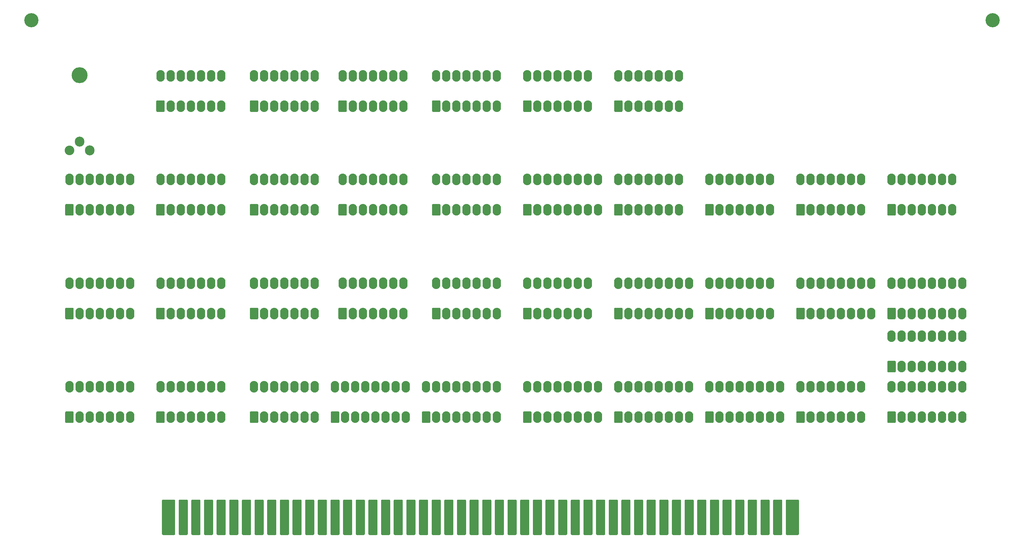
<source format=gbs>
G04 #@! TF.GenerationSoftware,KiCad,Pcbnew,(5.1.12)-1*
G04 #@! TF.CreationDate,2022-10-15T16:15:19+01:00*
G04 #@! TF.ProjectId,Dazzler,44617a7a-6c65-4722-9e6b-696361645f70,rev?*
G04 #@! TF.SameCoordinates,Original*
G04 #@! TF.FileFunction,Soldermask,Bot*
G04 #@! TF.FilePolarity,Negative*
%FSLAX46Y46*%
G04 Gerber Fmt 4.6, Leading zero omitted, Abs format (unit mm)*
G04 Created by KiCad (PCBNEW (5.1.12)-1) date 2022-10-15 16:15:19*
%MOMM*%
%LPD*%
G01*
G04 APERTURE LIST*
%ADD10O,2.413000X2.508000*%
%ADD11C,2.413000*%
%ADD12O,4.008000X4.008000*%
%ADD13O,2.108000X2.908000*%
%ADD14C,3.556000*%
G04 APERTURE END LIST*
D10*
X41275000Y-60620000D03*
X38735000Y-58420000D03*
D11*
X36195000Y-60620000D03*
D12*
X38735000Y-41760000D03*
G36*
G01*
X174790000Y-50984000D02*
X173190000Y-50984000D01*
G75*
G02*
X172936000Y-50730000I0J254000D01*
G01*
X172936000Y-48330000D01*
G75*
G02*
X173190000Y-48076000I254000J0D01*
G01*
X174790000Y-48076000D01*
G75*
G02*
X175044000Y-48330000I0J-254000D01*
G01*
X175044000Y-50730000D01*
G75*
G02*
X174790000Y-50984000I-254000J0D01*
G01*
G37*
D13*
X189230000Y-41910000D03*
X176530000Y-49530000D03*
X186690000Y-41910000D03*
X179070000Y-49530000D03*
X184150000Y-41910000D03*
X181610000Y-49530000D03*
X181610000Y-41910000D03*
X184150000Y-49530000D03*
X179070000Y-41910000D03*
X186690000Y-49530000D03*
X176530000Y-41910000D03*
X189230000Y-49530000D03*
X173990000Y-41910000D03*
G36*
G01*
X151930000Y-50984000D02*
X150330000Y-50984000D01*
G75*
G02*
X150076000Y-50730000I0J254000D01*
G01*
X150076000Y-48330000D01*
G75*
G02*
X150330000Y-48076000I254000J0D01*
G01*
X151930000Y-48076000D01*
G75*
G02*
X152184000Y-48330000I0J-254000D01*
G01*
X152184000Y-50730000D01*
G75*
G02*
X151930000Y-50984000I-254000J0D01*
G01*
G37*
X166370000Y-41910000D03*
X153670000Y-49530000D03*
X163830000Y-41910000D03*
X156210000Y-49530000D03*
X161290000Y-41910000D03*
X158750000Y-49530000D03*
X158750000Y-41910000D03*
X161290000Y-49530000D03*
X156210000Y-41910000D03*
X163830000Y-49530000D03*
X153670000Y-41910000D03*
X166370000Y-49530000D03*
X151130000Y-41910000D03*
G36*
G01*
X129070000Y-50984000D02*
X127470000Y-50984000D01*
G75*
G02*
X127216000Y-50730000I0J254000D01*
G01*
X127216000Y-48330000D01*
G75*
G02*
X127470000Y-48076000I254000J0D01*
G01*
X129070000Y-48076000D01*
G75*
G02*
X129324000Y-48330000I0J-254000D01*
G01*
X129324000Y-50730000D01*
G75*
G02*
X129070000Y-50984000I-254000J0D01*
G01*
G37*
X143510000Y-41910000D03*
X130810000Y-49530000D03*
X140970000Y-41910000D03*
X133350000Y-49530000D03*
X138430000Y-41910000D03*
X135890000Y-49530000D03*
X135890000Y-41910000D03*
X138430000Y-49530000D03*
X133350000Y-41910000D03*
X140970000Y-49530000D03*
X130810000Y-41910000D03*
X143510000Y-49530000D03*
X128270000Y-41910000D03*
G36*
G01*
X105575000Y-50984000D02*
X103975000Y-50984000D01*
G75*
G02*
X103721000Y-50730000I0J254000D01*
G01*
X103721000Y-48330000D01*
G75*
G02*
X103975000Y-48076000I254000J0D01*
G01*
X105575000Y-48076000D01*
G75*
G02*
X105829000Y-48330000I0J-254000D01*
G01*
X105829000Y-50730000D01*
G75*
G02*
X105575000Y-50984000I-254000J0D01*
G01*
G37*
X120015000Y-41910000D03*
X107315000Y-49530000D03*
X117475000Y-41910000D03*
X109855000Y-49530000D03*
X114935000Y-41910000D03*
X112395000Y-49530000D03*
X112395000Y-41910000D03*
X114935000Y-49530000D03*
X109855000Y-41910000D03*
X117475000Y-49530000D03*
X107315000Y-41910000D03*
X120015000Y-49530000D03*
X104775000Y-41910000D03*
G36*
G01*
X83350000Y-50984000D02*
X81750000Y-50984000D01*
G75*
G02*
X81496000Y-50730000I0J254000D01*
G01*
X81496000Y-48330000D01*
G75*
G02*
X81750000Y-48076000I254000J0D01*
G01*
X83350000Y-48076000D01*
G75*
G02*
X83604000Y-48330000I0J-254000D01*
G01*
X83604000Y-50730000D01*
G75*
G02*
X83350000Y-50984000I-254000J0D01*
G01*
G37*
X97790000Y-41910000D03*
X85090000Y-49530000D03*
X95250000Y-41910000D03*
X87630000Y-49530000D03*
X92710000Y-41910000D03*
X90170000Y-49530000D03*
X90170000Y-41910000D03*
X92710000Y-49530000D03*
X87630000Y-41910000D03*
X95250000Y-49530000D03*
X85090000Y-41910000D03*
X97790000Y-49530000D03*
X82550000Y-41910000D03*
G36*
G01*
X243370000Y-77019000D02*
X241770000Y-77019000D01*
G75*
G02*
X241516000Y-76765000I0J254000D01*
G01*
X241516000Y-74365000D01*
G75*
G02*
X241770000Y-74111000I254000J0D01*
G01*
X243370000Y-74111000D01*
G75*
G02*
X243624000Y-74365000I0J-254000D01*
G01*
X243624000Y-76765000D01*
G75*
G02*
X243370000Y-77019000I-254000J0D01*
G01*
G37*
X257810000Y-67945000D03*
X245110000Y-75565000D03*
X255270000Y-67945000D03*
X247650000Y-75565000D03*
X252730000Y-67945000D03*
X250190000Y-75565000D03*
X250190000Y-67945000D03*
X252730000Y-75565000D03*
X247650000Y-67945000D03*
X255270000Y-75565000D03*
X245110000Y-67945000D03*
X257810000Y-75565000D03*
X242570000Y-67945000D03*
G36*
G01*
X220510000Y-77019000D02*
X218910000Y-77019000D01*
G75*
G02*
X218656000Y-76765000I0J254000D01*
G01*
X218656000Y-74365000D01*
G75*
G02*
X218910000Y-74111000I254000J0D01*
G01*
X220510000Y-74111000D01*
G75*
G02*
X220764000Y-74365000I0J-254000D01*
G01*
X220764000Y-76765000D01*
G75*
G02*
X220510000Y-77019000I-254000J0D01*
G01*
G37*
X234950000Y-67945000D03*
X222250000Y-75565000D03*
X232410000Y-67945000D03*
X224790000Y-75565000D03*
X229870000Y-67945000D03*
X227330000Y-75565000D03*
X227330000Y-67945000D03*
X229870000Y-75565000D03*
X224790000Y-67945000D03*
X232410000Y-75565000D03*
X222250000Y-67945000D03*
X234950000Y-75565000D03*
X219710000Y-67945000D03*
G36*
G01*
X197650000Y-77019000D02*
X196050000Y-77019000D01*
G75*
G02*
X195796000Y-76765000I0J254000D01*
G01*
X195796000Y-74365000D01*
G75*
G02*
X196050000Y-74111000I254000J0D01*
G01*
X197650000Y-74111000D01*
G75*
G02*
X197904000Y-74365000I0J-254000D01*
G01*
X197904000Y-76765000D01*
G75*
G02*
X197650000Y-77019000I-254000J0D01*
G01*
G37*
X212090000Y-67945000D03*
X199390000Y-75565000D03*
X209550000Y-67945000D03*
X201930000Y-75565000D03*
X207010000Y-67945000D03*
X204470000Y-75565000D03*
X204470000Y-67945000D03*
X207010000Y-75565000D03*
X201930000Y-67945000D03*
X209550000Y-75565000D03*
X199390000Y-67945000D03*
X212090000Y-75565000D03*
X196850000Y-67945000D03*
G36*
G01*
X174790000Y-77019000D02*
X173190000Y-77019000D01*
G75*
G02*
X172936000Y-76765000I0J254000D01*
G01*
X172936000Y-74365000D01*
G75*
G02*
X173190000Y-74111000I254000J0D01*
G01*
X174790000Y-74111000D01*
G75*
G02*
X175044000Y-74365000I0J-254000D01*
G01*
X175044000Y-76765000D01*
G75*
G02*
X174790000Y-77019000I-254000J0D01*
G01*
G37*
X189230000Y-67945000D03*
X176530000Y-75565000D03*
X186690000Y-67945000D03*
X179070000Y-75565000D03*
X184150000Y-67945000D03*
X181610000Y-75565000D03*
X181610000Y-67945000D03*
X184150000Y-75565000D03*
X179070000Y-67945000D03*
X186690000Y-75565000D03*
X176530000Y-67945000D03*
X189230000Y-75565000D03*
X173990000Y-67945000D03*
G36*
G01*
X243370000Y-116389000D02*
X241770000Y-116389000D01*
G75*
G02*
X241516000Y-116135000I0J254000D01*
G01*
X241516000Y-113735000D01*
G75*
G02*
X241770000Y-113481000I254000J0D01*
G01*
X243370000Y-113481000D01*
G75*
G02*
X243624000Y-113735000I0J-254000D01*
G01*
X243624000Y-116135000D01*
G75*
G02*
X243370000Y-116389000I-254000J0D01*
G01*
G37*
X260350000Y-107315000D03*
X245110000Y-114935000D03*
X257810000Y-107315000D03*
X247650000Y-114935000D03*
X255270000Y-107315000D03*
X250190000Y-114935000D03*
X252730000Y-107315000D03*
X252730000Y-114935000D03*
X250190000Y-107315000D03*
X255270000Y-114935000D03*
X247650000Y-107315000D03*
X257810000Y-114935000D03*
X245110000Y-107315000D03*
X260350000Y-114935000D03*
X242570000Y-107315000D03*
X196850000Y-120015000D03*
X214630000Y-127635000D03*
X199390000Y-120015000D03*
X212090000Y-127635000D03*
X201930000Y-120015000D03*
X209550000Y-127635000D03*
X204470000Y-120015000D03*
X207010000Y-127635000D03*
X207010000Y-120015000D03*
X204470000Y-127635000D03*
X209550000Y-120015000D03*
X201930000Y-127635000D03*
X212090000Y-120015000D03*
X199390000Y-127635000D03*
X214630000Y-120015000D03*
G36*
G01*
X197650000Y-129089000D02*
X196050000Y-129089000D01*
G75*
G02*
X195796000Y-128835000I0J254000D01*
G01*
X195796000Y-126435000D01*
G75*
G02*
X196050000Y-126181000I254000J0D01*
G01*
X197650000Y-126181000D01*
G75*
G02*
X197904000Y-126435000I0J-254000D01*
G01*
X197904000Y-128835000D01*
G75*
G02*
X197650000Y-129089000I-254000J0D01*
G01*
G37*
X128270000Y-67945000D03*
X143510000Y-75565000D03*
X130810000Y-67945000D03*
X140970000Y-75565000D03*
X133350000Y-67945000D03*
X138430000Y-75565000D03*
X135890000Y-67945000D03*
X135890000Y-75565000D03*
X138430000Y-67945000D03*
X133350000Y-75565000D03*
X140970000Y-67945000D03*
X130810000Y-75565000D03*
X143510000Y-67945000D03*
G36*
G01*
X129070000Y-77019000D02*
X127470000Y-77019000D01*
G75*
G02*
X127216000Y-76765000I0J254000D01*
G01*
X127216000Y-74365000D01*
G75*
G02*
X127470000Y-74111000I254000J0D01*
G01*
X129070000Y-74111000D01*
G75*
G02*
X129324000Y-74365000I0J-254000D01*
G01*
X129324000Y-76765000D01*
G75*
G02*
X129070000Y-77019000I-254000J0D01*
G01*
G37*
X104775000Y-67945000D03*
X120015000Y-75565000D03*
X107315000Y-67945000D03*
X117475000Y-75565000D03*
X109855000Y-67945000D03*
X114935000Y-75565000D03*
X112395000Y-67945000D03*
X112395000Y-75565000D03*
X114935000Y-67945000D03*
X109855000Y-75565000D03*
X117475000Y-67945000D03*
X107315000Y-75565000D03*
X120015000Y-67945000D03*
G36*
G01*
X105575000Y-77019000D02*
X103975000Y-77019000D01*
G75*
G02*
X103721000Y-76765000I0J254000D01*
G01*
X103721000Y-74365000D01*
G75*
G02*
X103975000Y-74111000I254000J0D01*
G01*
X105575000Y-74111000D01*
G75*
G02*
X105829000Y-74365000I0J-254000D01*
G01*
X105829000Y-76765000D01*
G75*
G02*
X105575000Y-77019000I-254000J0D01*
G01*
G37*
X151130000Y-93980000D03*
X166370000Y-101600000D03*
X153670000Y-93980000D03*
X163830000Y-101600000D03*
X156210000Y-93980000D03*
X161290000Y-101600000D03*
X158750000Y-93980000D03*
X158750000Y-101600000D03*
X161290000Y-93980000D03*
X156210000Y-101600000D03*
X163830000Y-93980000D03*
X153670000Y-101600000D03*
X166370000Y-93980000D03*
G36*
G01*
X151930000Y-103054000D02*
X150330000Y-103054000D01*
G75*
G02*
X150076000Y-102800000I0J254000D01*
G01*
X150076000Y-100400000D01*
G75*
G02*
X150330000Y-100146000I254000J0D01*
G01*
X151930000Y-100146000D01*
G75*
G02*
X152184000Y-100400000I0J-254000D01*
G01*
X152184000Y-102800000D01*
G75*
G02*
X151930000Y-103054000I-254000J0D01*
G01*
G37*
X104775000Y-93980000D03*
X120015000Y-101600000D03*
X107315000Y-93980000D03*
X117475000Y-101600000D03*
X109855000Y-93980000D03*
X114935000Y-101600000D03*
X112395000Y-93980000D03*
X112395000Y-101600000D03*
X114935000Y-93980000D03*
X109855000Y-101600000D03*
X117475000Y-93980000D03*
X107315000Y-101600000D03*
X120015000Y-93980000D03*
G36*
G01*
X105575000Y-103054000D02*
X103975000Y-103054000D01*
G75*
G02*
X103721000Y-102800000I0J254000D01*
G01*
X103721000Y-100400000D01*
G75*
G02*
X103975000Y-100146000I254000J0D01*
G01*
X105575000Y-100146000D01*
G75*
G02*
X105829000Y-100400000I0J-254000D01*
G01*
X105829000Y-102800000D01*
G75*
G02*
X105575000Y-103054000I-254000J0D01*
G01*
G37*
X82550000Y-93980000D03*
X97790000Y-101600000D03*
X85090000Y-93980000D03*
X95250000Y-101600000D03*
X87630000Y-93980000D03*
X92710000Y-101600000D03*
X90170000Y-93980000D03*
X90170000Y-101600000D03*
X92710000Y-93980000D03*
X87630000Y-101600000D03*
X95250000Y-93980000D03*
X85090000Y-101600000D03*
X97790000Y-93980000D03*
G36*
G01*
X83350000Y-103054000D02*
X81750000Y-103054000D01*
G75*
G02*
X81496000Y-102800000I0J254000D01*
G01*
X81496000Y-100400000D01*
G75*
G02*
X81750000Y-100146000I254000J0D01*
G01*
X83350000Y-100146000D01*
G75*
G02*
X83604000Y-100400000I0J-254000D01*
G01*
X83604000Y-102800000D01*
G75*
G02*
X83350000Y-103054000I-254000J0D01*
G01*
G37*
G36*
G01*
X59855000Y-77019000D02*
X58255000Y-77019000D01*
G75*
G02*
X58001000Y-76765000I0J254000D01*
G01*
X58001000Y-74365000D01*
G75*
G02*
X58255000Y-74111000I254000J0D01*
G01*
X59855000Y-74111000D01*
G75*
G02*
X60109000Y-74365000I0J-254000D01*
G01*
X60109000Y-76765000D01*
G75*
G02*
X59855000Y-77019000I-254000J0D01*
G01*
G37*
X74295000Y-67945000D03*
X61595000Y-75565000D03*
X71755000Y-67945000D03*
X64135000Y-75565000D03*
X69215000Y-67945000D03*
X66675000Y-75565000D03*
X66675000Y-67945000D03*
X69215000Y-75565000D03*
X64135000Y-67945000D03*
X71755000Y-75565000D03*
X61595000Y-67945000D03*
X74295000Y-75565000D03*
X59055000Y-67945000D03*
G36*
G01*
X83350000Y-77019000D02*
X81750000Y-77019000D01*
G75*
G02*
X81496000Y-76765000I0J254000D01*
G01*
X81496000Y-74365000D01*
G75*
G02*
X81750000Y-74111000I254000J0D01*
G01*
X83350000Y-74111000D01*
G75*
G02*
X83604000Y-74365000I0J-254000D01*
G01*
X83604000Y-76765000D01*
G75*
G02*
X83350000Y-77019000I-254000J0D01*
G01*
G37*
X97790000Y-67945000D03*
X85090000Y-75565000D03*
X95250000Y-67945000D03*
X87630000Y-75565000D03*
X92710000Y-67945000D03*
X90170000Y-75565000D03*
X90170000Y-67945000D03*
X92710000Y-75565000D03*
X87630000Y-67945000D03*
X95250000Y-75565000D03*
X85090000Y-67945000D03*
X97790000Y-75565000D03*
X82550000Y-67945000D03*
G36*
G01*
X36995000Y-77019000D02*
X35395000Y-77019000D01*
G75*
G02*
X35141000Y-76765000I0J254000D01*
G01*
X35141000Y-74365000D01*
G75*
G02*
X35395000Y-74111000I254000J0D01*
G01*
X36995000Y-74111000D01*
G75*
G02*
X37249000Y-74365000I0J-254000D01*
G01*
X37249000Y-76765000D01*
G75*
G02*
X36995000Y-77019000I-254000J0D01*
G01*
G37*
X51435000Y-67945000D03*
X38735000Y-75565000D03*
X48895000Y-67945000D03*
X41275000Y-75565000D03*
X46355000Y-67945000D03*
X43815000Y-75565000D03*
X43815000Y-67945000D03*
X46355000Y-75565000D03*
X41275000Y-67945000D03*
X48895000Y-75565000D03*
X38735000Y-67945000D03*
X51435000Y-75565000D03*
X36195000Y-67945000D03*
X59055000Y-41910000D03*
X74295000Y-49530000D03*
X61595000Y-41910000D03*
X71755000Y-49530000D03*
X64135000Y-41910000D03*
X69215000Y-49530000D03*
X66675000Y-41910000D03*
X66675000Y-49530000D03*
X69215000Y-41910000D03*
X64135000Y-49530000D03*
X71755000Y-41910000D03*
X61595000Y-49530000D03*
X74295000Y-41910000D03*
G36*
G01*
X59855000Y-50984000D02*
X58255000Y-50984000D01*
G75*
G02*
X58001000Y-50730000I0J254000D01*
G01*
X58001000Y-48330000D01*
G75*
G02*
X58255000Y-48076000I254000J0D01*
G01*
X59855000Y-48076000D01*
G75*
G02*
X60109000Y-48330000I0J-254000D01*
G01*
X60109000Y-50730000D01*
G75*
G02*
X59855000Y-50984000I-254000J0D01*
G01*
G37*
G36*
G01*
X59855000Y-103054000D02*
X58255000Y-103054000D01*
G75*
G02*
X58001000Y-102800000I0J254000D01*
G01*
X58001000Y-100400000D01*
G75*
G02*
X58255000Y-100146000I254000J0D01*
G01*
X59855000Y-100146000D01*
G75*
G02*
X60109000Y-100400000I0J-254000D01*
G01*
X60109000Y-102800000D01*
G75*
G02*
X59855000Y-103054000I-254000J0D01*
G01*
G37*
X74295000Y-93980000D03*
X61595000Y-101600000D03*
X71755000Y-93980000D03*
X64135000Y-101600000D03*
X69215000Y-93980000D03*
X66675000Y-101600000D03*
X66675000Y-93980000D03*
X69215000Y-101600000D03*
X64135000Y-93980000D03*
X71755000Y-101600000D03*
X61595000Y-93980000D03*
X74295000Y-101600000D03*
X59055000Y-93980000D03*
G36*
G01*
X129070000Y-103054000D02*
X127470000Y-103054000D01*
G75*
G02*
X127216000Y-102800000I0J254000D01*
G01*
X127216000Y-100400000D01*
G75*
G02*
X127470000Y-100146000I254000J0D01*
G01*
X129070000Y-100146000D01*
G75*
G02*
X129324000Y-100400000I0J-254000D01*
G01*
X129324000Y-102800000D01*
G75*
G02*
X129070000Y-103054000I-254000J0D01*
G01*
G37*
X143510000Y-93980000D03*
X130810000Y-101600000D03*
X140970000Y-93980000D03*
X133350000Y-101600000D03*
X138430000Y-93980000D03*
X135890000Y-101600000D03*
X135890000Y-93980000D03*
X138430000Y-101600000D03*
X133350000Y-93980000D03*
X140970000Y-101600000D03*
X130810000Y-93980000D03*
X143510000Y-101600000D03*
X128270000Y-93980000D03*
G36*
G01*
X36995000Y-103054000D02*
X35395000Y-103054000D01*
G75*
G02*
X35141000Y-102800000I0J254000D01*
G01*
X35141000Y-100400000D01*
G75*
G02*
X35395000Y-100146000I254000J0D01*
G01*
X36995000Y-100146000D01*
G75*
G02*
X37249000Y-100400000I0J-254000D01*
G01*
X37249000Y-102800000D01*
G75*
G02*
X36995000Y-103054000I-254000J0D01*
G01*
G37*
X51435000Y-93980000D03*
X38735000Y-101600000D03*
X48895000Y-93980000D03*
X41275000Y-101600000D03*
X46355000Y-93980000D03*
X43815000Y-101600000D03*
X43815000Y-93980000D03*
X46355000Y-101600000D03*
X41275000Y-93980000D03*
X48895000Y-101600000D03*
X38735000Y-93980000D03*
X51435000Y-101600000D03*
X36195000Y-93980000D03*
X173990000Y-93980000D03*
X191770000Y-101600000D03*
X176530000Y-93980000D03*
X189230000Y-101600000D03*
X179070000Y-93980000D03*
X186690000Y-101600000D03*
X181610000Y-93980000D03*
X184150000Y-101600000D03*
X184150000Y-93980000D03*
X181610000Y-101600000D03*
X186690000Y-93980000D03*
X179070000Y-101600000D03*
X189230000Y-93980000D03*
X176530000Y-101600000D03*
X191770000Y-93980000D03*
G36*
G01*
X174790000Y-103054000D02*
X173190000Y-103054000D01*
G75*
G02*
X172936000Y-102800000I0J254000D01*
G01*
X172936000Y-100400000D01*
G75*
G02*
X173190000Y-100146000I254000J0D01*
G01*
X174790000Y-100146000D01*
G75*
G02*
X175044000Y-100400000I0J-254000D01*
G01*
X175044000Y-102800000D01*
G75*
G02*
X174790000Y-103054000I-254000J0D01*
G01*
G37*
X242570000Y-93980000D03*
X260350000Y-101600000D03*
X245110000Y-93980000D03*
X257810000Y-101600000D03*
X247650000Y-93980000D03*
X255270000Y-101600000D03*
X250190000Y-93980000D03*
X252730000Y-101600000D03*
X252730000Y-93980000D03*
X250190000Y-101600000D03*
X255270000Y-93980000D03*
X247650000Y-101600000D03*
X257810000Y-93980000D03*
X245110000Y-101600000D03*
X260350000Y-93980000D03*
G36*
G01*
X243370000Y-103054000D02*
X241770000Y-103054000D01*
G75*
G02*
X241516000Y-102800000I0J254000D01*
G01*
X241516000Y-100400000D01*
G75*
G02*
X241770000Y-100146000I254000J0D01*
G01*
X243370000Y-100146000D01*
G75*
G02*
X243624000Y-100400000I0J-254000D01*
G01*
X243624000Y-102800000D01*
G75*
G02*
X243370000Y-103054000I-254000J0D01*
G01*
G37*
X196850000Y-93980000D03*
X212090000Y-101600000D03*
X199390000Y-93980000D03*
X209550000Y-101600000D03*
X201930000Y-93980000D03*
X207010000Y-101600000D03*
X204470000Y-93980000D03*
X204470000Y-101600000D03*
X207010000Y-93980000D03*
X201930000Y-101600000D03*
X209550000Y-93980000D03*
X199390000Y-101600000D03*
X212090000Y-93980000D03*
G36*
G01*
X197650000Y-103054000D02*
X196050000Y-103054000D01*
G75*
G02*
X195796000Y-102800000I0J254000D01*
G01*
X195796000Y-100400000D01*
G75*
G02*
X196050000Y-100146000I254000J0D01*
G01*
X197650000Y-100146000D01*
G75*
G02*
X197904000Y-100400000I0J-254000D01*
G01*
X197904000Y-102800000D01*
G75*
G02*
X197650000Y-103054000I-254000J0D01*
G01*
G37*
X219710000Y-93980000D03*
X237490000Y-101600000D03*
X222250000Y-93980000D03*
X234950000Y-101600000D03*
X224790000Y-93980000D03*
X232410000Y-101600000D03*
X227330000Y-93980000D03*
X229870000Y-101600000D03*
X229870000Y-93980000D03*
X227330000Y-101600000D03*
X232410000Y-93980000D03*
X224790000Y-101600000D03*
X234950000Y-93980000D03*
X222250000Y-101600000D03*
X237490000Y-93980000D03*
G36*
G01*
X220510000Y-103054000D02*
X218910000Y-103054000D01*
G75*
G02*
X218656000Y-102800000I0J254000D01*
G01*
X218656000Y-100400000D01*
G75*
G02*
X218910000Y-100146000I254000J0D01*
G01*
X220510000Y-100146000D01*
G75*
G02*
X220764000Y-100400000I0J-254000D01*
G01*
X220764000Y-102800000D01*
G75*
G02*
X220510000Y-103054000I-254000J0D01*
G01*
G37*
G36*
G01*
X220510000Y-129089000D02*
X218910000Y-129089000D01*
G75*
G02*
X218656000Y-128835000I0J254000D01*
G01*
X218656000Y-126435000D01*
G75*
G02*
X218910000Y-126181000I254000J0D01*
G01*
X220510000Y-126181000D01*
G75*
G02*
X220764000Y-126435000I0J-254000D01*
G01*
X220764000Y-128835000D01*
G75*
G02*
X220510000Y-129089000I-254000J0D01*
G01*
G37*
X234950000Y-120015000D03*
X222250000Y-127635000D03*
X232410000Y-120015000D03*
X224790000Y-127635000D03*
X229870000Y-120015000D03*
X227330000Y-127635000D03*
X227330000Y-120015000D03*
X229870000Y-127635000D03*
X224790000Y-120015000D03*
X232410000Y-127635000D03*
X222250000Y-120015000D03*
X234950000Y-127635000D03*
X219710000Y-120015000D03*
G36*
G01*
X243370000Y-129089000D02*
X241770000Y-129089000D01*
G75*
G02*
X241516000Y-128835000I0J254000D01*
G01*
X241516000Y-126435000D01*
G75*
G02*
X241770000Y-126181000I254000J0D01*
G01*
X243370000Y-126181000D01*
G75*
G02*
X243624000Y-126435000I0J-254000D01*
G01*
X243624000Y-128835000D01*
G75*
G02*
X243370000Y-129089000I-254000J0D01*
G01*
G37*
X260350000Y-120015000D03*
X245110000Y-127635000D03*
X257810000Y-120015000D03*
X247650000Y-127635000D03*
X255270000Y-120015000D03*
X250190000Y-127635000D03*
X252730000Y-120015000D03*
X252730000Y-127635000D03*
X250190000Y-120015000D03*
X255270000Y-127635000D03*
X247650000Y-120015000D03*
X257810000Y-127635000D03*
X245110000Y-120015000D03*
X260350000Y-127635000D03*
X242570000Y-120015000D03*
G36*
G01*
X174790000Y-129089000D02*
X173190000Y-129089000D01*
G75*
G02*
X172936000Y-128835000I0J254000D01*
G01*
X172936000Y-126435000D01*
G75*
G02*
X173190000Y-126181000I254000J0D01*
G01*
X174790000Y-126181000D01*
G75*
G02*
X175044000Y-126435000I0J-254000D01*
G01*
X175044000Y-128835000D01*
G75*
G02*
X174790000Y-129089000I-254000J0D01*
G01*
G37*
X191770000Y-120015000D03*
X176530000Y-127635000D03*
X189230000Y-120015000D03*
X179070000Y-127635000D03*
X186690000Y-120015000D03*
X181610000Y-127635000D03*
X184150000Y-120015000D03*
X184150000Y-127635000D03*
X181610000Y-120015000D03*
X186690000Y-127635000D03*
X179070000Y-120015000D03*
X189230000Y-127635000D03*
X176530000Y-120015000D03*
X191770000Y-127635000D03*
X173990000Y-120015000D03*
G36*
G01*
X151930000Y-129089000D02*
X150330000Y-129089000D01*
G75*
G02*
X150076000Y-128835000I0J254000D01*
G01*
X150076000Y-126435000D01*
G75*
G02*
X150330000Y-126181000I254000J0D01*
G01*
X151930000Y-126181000D01*
G75*
G02*
X152184000Y-126435000I0J-254000D01*
G01*
X152184000Y-128835000D01*
G75*
G02*
X151930000Y-129089000I-254000J0D01*
G01*
G37*
X168910000Y-120015000D03*
X153670000Y-127635000D03*
X166370000Y-120015000D03*
X156210000Y-127635000D03*
X163830000Y-120015000D03*
X158750000Y-127635000D03*
X161290000Y-120015000D03*
X161290000Y-127635000D03*
X158750000Y-120015000D03*
X163830000Y-127635000D03*
X156210000Y-120015000D03*
X166370000Y-127635000D03*
X153670000Y-120015000D03*
X168910000Y-127635000D03*
X151130000Y-120015000D03*
G36*
G01*
X126530000Y-129089000D02*
X124930000Y-129089000D01*
G75*
G02*
X124676000Y-128835000I0J254000D01*
G01*
X124676000Y-126435000D01*
G75*
G02*
X124930000Y-126181000I254000J0D01*
G01*
X126530000Y-126181000D01*
G75*
G02*
X126784000Y-126435000I0J-254000D01*
G01*
X126784000Y-128835000D01*
G75*
G02*
X126530000Y-129089000I-254000J0D01*
G01*
G37*
X143510000Y-120015000D03*
X128270000Y-127635000D03*
X140970000Y-120015000D03*
X130810000Y-127635000D03*
X138430000Y-120015000D03*
X133350000Y-127635000D03*
X135890000Y-120015000D03*
X135890000Y-127635000D03*
X133350000Y-120015000D03*
X138430000Y-127635000D03*
X130810000Y-120015000D03*
X140970000Y-127635000D03*
X128270000Y-120015000D03*
X143510000Y-127635000D03*
X125730000Y-120015000D03*
G36*
G01*
X151930000Y-77019000D02*
X150330000Y-77019000D01*
G75*
G02*
X150076000Y-76765000I0J254000D01*
G01*
X150076000Y-74365000D01*
G75*
G02*
X150330000Y-74111000I254000J0D01*
G01*
X151930000Y-74111000D01*
G75*
G02*
X152184000Y-74365000I0J-254000D01*
G01*
X152184000Y-76765000D01*
G75*
G02*
X151930000Y-77019000I-254000J0D01*
G01*
G37*
X168910000Y-67945000D03*
X153670000Y-75565000D03*
X166370000Y-67945000D03*
X156210000Y-75565000D03*
X163830000Y-67945000D03*
X158750000Y-75565000D03*
X161290000Y-67945000D03*
X161290000Y-75565000D03*
X158750000Y-67945000D03*
X163830000Y-75565000D03*
X156210000Y-67945000D03*
X166370000Y-75565000D03*
X153670000Y-67945000D03*
X168910000Y-75565000D03*
X151130000Y-67945000D03*
X102870000Y-120015000D03*
X120650000Y-127635000D03*
X105410000Y-120015000D03*
X118110000Y-127635000D03*
X107950000Y-120015000D03*
X115570000Y-127635000D03*
X110490000Y-120015000D03*
X113030000Y-127635000D03*
X113030000Y-120015000D03*
X110490000Y-127635000D03*
X115570000Y-120015000D03*
X107950000Y-127635000D03*
X118110000Y-120015000D03*
X105410000Y-127635000D03*
X120650000Y-120015000D03*
G36*
G01*
X103670000Y-129089000D02*
X102070000Y-129089000D01*
G75*
G02*
X101816000Y-128835000I0J254000D01*
G01*
X101816000Y-126435000D01*
G75*
G02*
X102070000Y-126181000I254000J0D01*
G01*
X103670000Y-126181000D01*
G75*
G02*
X103924000Y-126435000I0J-254000D01*
G01*
X103924000Y-128835000D01*
G75*
G02*
X103670000Y-129089000I-254000J0D01*
G01*
G37*
G36*
G01*
X216027000Y-156972000D02*
X216027000Y-148590000D01*
G75*
G02*
X216281000Y-148336000I254000J0D01*
G01*
X219075000Y-148336000D01*
G75*
G02*
X219329000Y-148590000I0J-254000D01*
G01*
X219329000Y-156972000D01*
G75*
G02*
X219075000Y-157226000I-254000J0D01*
G01*
X216281000Y-157226000D01*
G75*
G02*
X216027000Y-156972000I0J254000D01*
G01*
G37*
G36*
G01*
X212852000Y-156972000D02*
X212852000Y-148590000D01*
G75*
G02*
X213106000Y-148336000I254000J0D01*
G01*
X214884000Y-148336000D01*
G75*
G02*
X215138000Y-148590000I0J-254000D01*
G01*
X215138000Y-156972000D01*
G75*
G02*
X214884000Y-157226000I-254000J0D01*
G01*
X213106000Y-157226000D01*
G75*
G02*
X212852000Y-156972000I0J254000D01*
G01*
G37*
G36*
G01*
X209677000Y-156972000D02*
X209677000Y-148590000D01*
G75*
G02*
X209931000Y-148336000I254000J0D01*
G01*
X211709000Y-148336000D01*
G75*
G02*
X211963000Y-148590000I0J-254000D01*
G01*
X211963000Y-156972000D01*
G75*
G02*
X211709000Y-157226000I-254000J0D01*
G01*
X209931000Y-157226000D01*
G75*
G02*
X209677000Y-156972000I0J254000D01*
G01*
G37*
G36*
G01*
X206502000Y-156972000D02*
X206502000Y-148590000D01*
G75*
G02*
X206756000Y-148336000I254000J0D01*
G01*
X208534000Y-148336000D01*
G75*
G02*
X208788000Y-148590000I0J-254000D01*
G01*
X208788000Y-156972000D01*
G75*
G02*
X208534000Y-157226000I-254000J0D01*
G01*
X206756000Y-157226000D01*
G75*
G02*
X206502000Y-156972000I0J254000D01*
G01*
G37*
G36*
G01*
X203327000Y-156972000D02*
X203327000Y-148590000D01*
G75*
G02*
X203581000Y-148336000I254000J0D01*
G01*
X205359000Y-148336000D01*
G75*
G02*
X205613000Y-148590000I0J-254000D01*
G01*
X205613000Y-156972000D01*
G75*
G02*
X205359000Y-157226000I-254000J0D01*
G01*
X203581000Y-157226000D01*
G75*
G02*
X203327000Y-156972000I0J254000D01*
G01*
G37*
G36*
G01*
X200152000Y-156972000D02*
X200152000Y-148590000D01*
G75*
G02*
X200406000Y-148336000I254000J0D01*
G01*
X202184000Y-148336000D01*
G75*
G02*
X202438000Y-148590000I0J-254000D01*
G01*
X202438000Y-156972000D01*
G75*
G02*
X202184000Y-157226000I-254000J0D01*
G01*
X200406000Y-157226000D01*
G75*
G02*
X200152000Y-156972000I0J254000D01*
G01*
G37*
G36*
G01*
X196977000Y-156972000D02*
X196977000Y-148590000D01*
G75*
G02*
X197231000Y-148336000I254000J0D01*
G01*
X199009000Y-148336000D01*
G75*
G02*
X199263000Y-148590000I0J-254000D01*
G01*
X199263000Y-156972000D01*
G75*
G02*
X199009000Y-157226000I-254000J0D01*
G01*
X197231000Y-157226000D01*
G75*
G02*
X196977000Y-156972000I0J254000D01*
G01*
G37*
G36*
G01*
X193802000Y-156972000D02*
X193802000Y-148590000D01*
G75*
G02*
X194056000Y-148336000I254000J0D01*
G01*
X195834000Y-148336000D01*
G75*
G02*
X196088000Y-148590000I0J-254000D01*
G01*
X196088000Y-156972000D01*
G75*
G02*
X195834000Y-157226000I-254000J0D01*
G01*
X194056000Y-157226000D01*
G75*
G02*
X193802000Y-156972000I0J254000D01*
G01*
G37*
G36*
G01*
X190627000Y-156972000D02*
X190627000Y-148590000D01*
G75*
G02*
X190881000Y-148336000I254000J0D01*
G01*
X192659000Y-148336000D01*
G75*
G02*
X192913000Y-148590000I0J-254000D01*
G01*
X192913000Y-156972000D01*
G75*
G02*
X192659000Y-157226000I-254000J0D01*
G01*
X190881000Y-157226000D01*
G75*
G02*
X190627000Y-156972000I0J254000D01*
G01*
G37*
G36*
G01*
X187452000Y-156972000D02*
X187452000Y-148590000D01*
G75*
G02*
X187706000Y-148336000I254000J0D01*
G01*
X189484000Y-148336000D01*
G75*
G02*
X189738000Y-148590000I0J-254000D01*
G01*
X189738000Y-156972000D01*
G75*
G02*
X189484000Y-157226000I-254000J0D01*
G01*
X187706000Y-157226000D01*
G75*
G02*
X187452000Y-156972000I0J254000D01*
G01*
G37*
G36*
G01*
X184277000Y-156972000D02*
X184277000Y-148590000D01*
G75*
G02*
X184531000Y-148336000I254000J0D01*
G01*
X186309000Y-148336000D01*
G75*
G02*
X186563000Y-148590000I0J-254000D01*
G01*
X186563000Y-156972000D01*
G75*
G02*
X186309000Y-157226000I-254000J0D01*
G01*
X184531000Y-157226000D01*
G75*
G02*
X184277000Y-156972000I0J254000D01*
G01*
G37*
G36*
G01*
X181102000Y-156972000D02*
X181102000Y-148590000D01*
G75*
G02*
X181356000Y-148336000I254000J0D01*
G01*
X183134000Y-148336000D01*
G75*
G02*
X183388000Y-148590000I0J-254000D01*
G01*
X183388000Y-156972000D01*
G75*
G02*
X183134000Y-157226000I-254000J0D01*
G01*
X181356000Y-157226000D01*
G75*
G02*
X181102000Y-156972000I0J254000D01*
G01*
G37*
G36*
G01*
X177927000Y-156972000D02*
X177927000Y-148590000D01*
G75*
G02*
X178181000Y-148336000I254000J0D01*
G01*
X179959000Y-148336000D01*
G75*
G02*
X180213000Y-148590000I0J-254000D01*
G01*
X180213000Y-156972000D01*
G75*
G02*
X179959000Y-157226000I-254000J0D01*
G01*
X178181000Y-157226000D01*
G75*
G02*
X177927000Y-156972000I0J254000D01*
G01*
G37*
G36*
G01*
X174752000Y-156972000D02*
X174752000Y-148590000D01*
G75*
G02*
X175006000Y-148336000I254000J0D01*
G01*
X176784000Y-148336000D01*
G75*
G02*
X177038000Y-148590000I0J-254000D01*
G01*
X177038000Y-156972000D01*
G75*
G02*
X176784000Y-157226000I-254000J0D01*
G01*
X175006000Y-157226000D01*
G75*
G02*
X174752000Y-156972000I0J254000D01*
G01*
G37*
G36*
G01*
X171577000Y-156972000D02*
X171577000Y-148590000D01*
G75*
G02*
X171831000Y-148336000I254000J0D01*
G01*
X173609000Y-148336000D01*
G75*
G02*
X173863000Y-148590000I0J-254000D01*
G01*
X173863000Y-156972000D01*
G75*
G02*
X173609000Y-157226000I-254000J0D01*
G01*
X171831000Y-157226000D01*
G75*
G02*
X171577000Y-156972000I0J254000D01*
G01*
G37*
G36*
G01*
X168402000Y-156972000D02*
X168402000Y-148590000D01*
G75*
G02*
X168656000Y-148336000I254000J0D01*
G01*
X170434000Y-148336000D01*
G75*
G02*
X170688000Y-148590000I0J-254000D01*
G01*
X170688000Y-156972000D01*
G75*
G02*
X170434000Y-157226000I-254000J0D01*
G01*
X168656000Y-157226000D01*
G75*
G02*
X168402000Y-156972000I0J254000D01*
G01*
G37*
G36*
G01*
X165227000Y-156972000D02*
X165227000Y-148590000D01*
G75*
G02*
X165481000Y-148336000I254000J0D01*
G01*
X167259000Y-148336000D01*
G75*
G02*
X167513000Y-148590000I0J-254000D01*
G01*
X167513000Y-156972000D01*
G75*
G02*
X167259000Y-157226000I-254000J0D01*
G01*
X165481000Y-157226000D01*
G75*
G02*
X165227000Y-156972000I0J254000D01*
G01*
G37*
G36*
G01*
X162052000Y-156972000D02*
X162052000Y-148590000D01*
G75*
G02*
X162306000Y-148336000I254000J0D01*
G01*
X164084000Y-148336000D01*
G75*
G02*
X164338000Y-148590000I0J-254000D01*
G01*
X164338000Y-156972000D01*
G75*
G02*
X164084000Y-157226000I-254000J0D01*
G01*
X162306000Y-157226000D01*
G75*
G02*
X162052000Y-156972000I0J254000D01*
G01*
G37*
G36*
G01*
X158877000Y-156972000D02*
X158877000Y-148590000D01*
G75*
G02*
X159131000Y-148336000I254000J0D01*
G01*
X160909000Y-148336000D01*
G75*
G02*
X161163000Y-148590000I0J-254000D01*
G01*
X161163000Y-156972000D01*
G75*
G02*
X160909000Y-157226000I-254000J0D01*
G01*
X159131000Y-157226000D01*
G75*
G02*
X158877000Y-156972000I0J254000D01*
G01*
G37*
G36*
G01*
X155702000Y-156972000D02*
X155702000Y-148590000D01*
G75*
G02*
X155956000Y-148336000I254000J0D01*
G01*
X157734000Y-148336000D01*
G75*
G02*
X157988000Y-148590000I0J-254000D01*
G01*
X157988000Y-156972000D01*
G75*
G02*
X157734000Y-157226000I-254000J0D01*
G01*
X155956000Y-157226000D01*
G75*
G02*
X155702000Y-156972000I0J254000D01*
G01*
G37*
G36*
G01*
X152527000Y-156972000D02*
X152527000Y-148590000D01*
G75*
G02*
X152781000Y-148336000I254000J0D01*
G01*
X154559000Y-148336000D01*
G75*
G02*
X154813000Y-148590000I0J-254000D01*
G01*
X154813000Y-156972000D01*
G75*
G02*
X154559000Y-157226000I-254000J0D01*
G01*
X152781000Y-157226000D01*
G75*
G02*
X152527000Y-156972000I0J254000D01*
G01*
G37*
G36*
G01*
X149352000Y-156972000D02*
X149352000Y-148590000D01*
G75*
G02*
X149606000Y-148336000I254000J0D01*
G01*
X151384000Y-148336000D01*
G75*
G02*
X151638000Y-148590000I0J-254000D01*
G01*
X151638000Y-156972000D01*
G75*
G02*
X151384000Y-157226000I-254000J0D01*
G01*
X149606000Y-157226000D01*
G75*
G02*
X149352000Y-156972000I0J254000D01*
G01*
G37*
G36*
G01*
X146177000Y-156972000D02*
X146177000Y-148590000D01*
G75*
G02*
X146431000Y-148336000I254000J0D01*
G01*
X148209000Y-148336000D01*
G75*
G02*
X148463000Y-148590000I0J-254000D01*
G01*
X148463000Y-156972000D01*
G75*
G02*
X148209000Y-157226000I-254000J0D01*
G01*
X146431000Y-157226000D01*
G75*
G02*
X146177000Y-156972000I0J254000D01*
G01*
G37*
G36*
G01*
X143002000Y-156972000D02*
X143002000Y-148590000D01*
G75*
G02*
X143256000Y-148336000I254000J0D01*
G01*
X145034000Y-148336000D01*
G75*
G02*
X145288000Y-148590000I0J-254000D01*
G01*
X145288000Y-156972000D01*
G75*
G02*
X145034000Y-157226000I-254000J0D01*
G01*
X143256000Y-157226000D01*
G75*
G02*
X143002000Y-156972000I0J254000D01*
G01*
G37*
G36*
G01*
X139827000Y-156972000D02*
X139827000Y-148590000D01*
G75*
G02*
X140081000Y-148336000I254000J0D01*
G01*
X141859000Y-148336000D01*
G75*
G02*
X142113000Y-148590000I0J-254000D01*
G01*
X142113000Y-156972000D01*
G75*
G02*
X141859000Y-157226000I-254000J0D01*
G01*
X140081000Y-157226000D01*
G75*
G02*
X139827000Y-156972000I0J254000D01*
G01*
G37*
G36*
G01*
X136652000Y-156972000D02*
X136652000Y-148590000D01*
G75*
G02*
X136906000Y-148336000I254000J0D01*
G01*
X138684000Y-148336000D01*
G75*
G02*
X138938000Y-148590000I0J-254000D01*
G01*
X138938000Y-156972000D01*
G75*
G02*
X138684000Y-157226000I-254000J0D01*
G01*
X136906000Y-157226000D01*
G75*
G02*
X136652000Y-156972000I0J254000D01*
G01*
G37*
G36*
G01*
X133477000Y-156972000D02*
X133477000Y-148590000D01*
G75*
G02*
X133731000Y-148336000I254000J0D01*
G01*
X135509000Y-148336000D01*
G75*
G02*
X135763000Y-148590000I0J-254000D01*
G01*
X135763000Y-156972000D01*
G75*
G02*
X135509000Y-157226000I-254000J0D01*
G01*
X133731000Y-157226000D01*
G75*
G02*
X133477000Y-156972000I0J254000D01*
G01*
G37*
G36*
G01*
X130302000Y-156972000D02*
X130302000Y-148590000D01*
G75*
G02*
X130556000Y-148336000I254000J0D01*
G01*
X132334000Y-148336000D01*
G75*
G02*
X132588000Y-148590000I0J-254000D01*
G01*
X132588000Y-156972000D01*
G75*
G02*
X132334000Y-157226000I-254000J0D01*
G01*
X130556000Y-157226000D01*
G75*
G02*
X130302000Y-156972000I0J254000D01*
G01*
G37*
G36*
G01*
X127127000Y-156972000D02*
X127127000Y-148590000D01*
G75*
G02*
X127381000Y-148336000I254000J0D01*
G01*
X129159000Y-148336000D01*
G75*
G02*
X129413000Y-148590000I0J-254000D01*
G01*
X129413000Y-156972000D01*
G75*
G02*
X129159000Y-157226000I-254000J0D01*
G01*
X127381000Y-157226000D01*
G75*
G02*
X127127000Y-156972000I0J254000D01*
G01*
G37*
G36*
G01*
X123952000Y-156972000D02*
X123952000Y-148590000D01*
G75*
G02*
X124206000Y-148336000I254000J0D01*
G01*
X125984000Y-148336000D01*
G75*
G02*
X126238000Y-148590000I0J-254000D01*
G01*
X126238000Y-156972000D01*
G75*
G02*
X125984000Y-157226000I-254000J0D01*
G01*
X124206000Y-157226000D01*
G75*
G02*
X123952000Y-156972000I0J254000D01*
G01*
G37*
G36*
G01*
X120777000Y-156972000D02*
X120777000Y-148590000D01*
G75*
G02*
X121031000Y-148336000I254000J0D01*
G01*
X122809000Y-148336000D01*
G75*
G02*
X123063000Y-148590000I0J-254000D01*
G01*
X123063000Y-156972000D01*
G75*
G02*
X122809000Y-157226000I-254000J0D01*
G01*
X121031000Y-157226000D01*
G75*
G02*
X120777000Y-156972000I0J254000D01*
G01*
G37*
G36*
G01*
X117602000Y-156972000D02*
X117602000Y-148590000D01*
G75*
G02*
X117856000Y-148336000I254000J0D01*
G01*
X119634000Y-148336000D01*
G75*
G02*
X119888000Y-148590000I0J-254000D01*
G01*
X119888000Y-156972000D01*
G75*
G02*
X119634000Y-157226000I-254000J0D01*
G01*
X117856000Y-157226000D01*
G75*
G02*
X117602000Y-156972000I0J254000D01*
G01*
G37*
G36*
G01*
X114427000Y-156972000D02*
X114427000Y-148590000D01*
G75*
G02*
X114681000Y-148336000I254000J0D01*
G01*
X116459000Y-148336000D01*
G75*
G02*
X116713000Y-148590000I0J-254000D01*
G01*
X116713000Y-156972000D01*
G75*
G02*
X116459000Y-157226000I-254000J0D01*
G01*
X114681000Y-157226000D01*
G75*
G02*
X114427000Y-156972000I0J254000D01*
G01*
G37*
G36*
G01*
X111252000Y-156972000D02*
X111252000Y-148590000D01*
G75*
G02*
X111506000Y-148336000I254000J0D01*
G01*
X113284000Y-148336000D01*
G75*
G02*
X113538000Y-148590000I0J-254000D01*
G01*
X113538000Y-156972000D01*
G75*
G02*
X113284000Y-157226000I-254000J0D01*
G01*
X111506000Y-157226000D01*
G75*
G02*
X111252000Y-156972000I0J254000D01*
G01*
G37*
G36*
G01*
X108077000Y-156972000D02*
X108077000Y-148590000D01*
G75*
G02*
X108331000Y-148336000I254000J0D01*
G01*
X110109000Y-148336000D01*
G75*
G02*
X110363000Y-148590000I0J-254000D01*
G01*
X110363000Y-156972000D01*
G75*
G02*
X110109000Y-157226000I-254000J0D01*
G01*
X108331000Y-157226000D01*
G75*
G02*
X108077000Y-156972000I0J254000D01*
G01*
G37*
G36*
G01*
X104902000Y-156972000D02*
X104902000Y-148590000D01*
G75*
G02*
X105156000Y-148336000I254000J0D01*
G01*
X106934000Y-148336000D01*
G75*
G02*
X107188000Y-148590000I0J-254000D01*
G01*
X107188000Y-156972000D01*
G75*
G02*
X106934000Y-157226000I-254000J0D01*
G01*
X105156000Y-157226000D01*
G75*
G02*
X104902000Y-156972000I0J254000D01*
G01*
G37*
G36*
G01*
X101727000Y-156972000D02*
X101727000Y-148590000D01*
G75*
G02*
X101981000Y-148336000I254000J0D01*
G01*
X103759000Y-148336000D01*
G75*
G02*
X104013000Y-148590000I0J-254000D01*
G01*
X104013000Y-156972000D01*
G75*
G02*
X103759000Y-157226000I-254000J0D01*
G01*
X101981000Y-157226000D01*
G75*
G02*
X101727000Y-156972000I0J254000D01*
G01*
G37*
G36*
G01*
X98552000Y-156972000D02*
X98552000Y-148590000D01*
G75*
G02*
X98806000Y-148336000I254000J0D01*
G01*
X100584000Y-148336000D01*
G75*
G02*
X100838000Y-148590000I0J-254000D01*
G01*
X100838000Y-156972000D01*
G75*
G02*
X100584000Y-157226000I-254000J0D01*
G01*
X98806000Y-157226000D01*
G75*
G02*
X98552000Y-156972000I0J254000D01*
G01*
G37*
G36*
G01*
X95377000Y-156972000D02*
X95377000Y-148590000D01*
G75*
G02*
X95631000Y-148336000I254000J0D01*
G01*
X97409000Y-148336000D01*
G75*
G02*
X97663000Y-148590000I0J-254000D01*
G01*
X97663000Y-156972000D01*
G75*
G02*
X97409000Y-157226000I-254000J0D01*
G01*
X95631000Y-157226000D01*
G75*
G02*
X95377000Y-156972000I0J254000D01*
G01*
G37*
G36*
G01*
X92202000Y-156972000D02*
X92202000Y-148590000D01*
G75*
G02*
X92456000Y-148336000I254000J0D01*
G01*
X94234000Y-148336000D01*
G75*
G02*
X94488000Y-148590000I0J-254000D01*
G01*
X94488000Y-156972000D01*
G75*
G02*
X94234000Y-157226000I-254000J0D01*
G01*
X92456000Y-157226000D01*
G75*
G02*
X92202000Y-156972000I0J254000D01*
G01*
G37*
G36*
G01*
X89027000Y-156972000D02*
X89027000Y-148590000D01*
G75*
G02*
X89281000Y-148336000I254000J0D01*
G01*
X91059000Y-148336000D01*
G75*
G02*
X91313000Y-148590000I0J-254000D01*
G01*
X91313000Y-156972000D01*
G75*
G02*
X91059000Y-157226000I-254000J0D01*
G01*
X89281000Y-157226000D01*
G75*
G02*
X89027000Y-156972000I0J254000D01*
G01*
G37*
G36*
G01*
X85852000Y-156972000D02*
X85852000Y-148590000D01*
G75*
G02*
X86106000Y-148336000I254000J0D01*
G01*
X87884000Y-148336000D01*
G75*
G02*
X88138000Y-148590000I0J-254000D01*
G01*
X88138000Y-156972000D01*
G75*
G02*
X87884000Y-157226000I-254000J0D01*
G01*
X86106000Y-157226000D01*
G75*
G02*
X85852000Y-156972000I0J254000D01*
G01*
G37*
G36*
G01*
X82677000Y-156972000D02*
X82677000Y-148590000D01*
G75*
G02*
X82931000Y-148336000I254000J0D01*
G01*
X84709000Y-148336000D01*
G75*
G02*
X84963000Y-148590000I0J-254000D01*
G01*
X84963000Y-156972000D01*
G75*
G02*
X84709000Y-157226000I-254000J0D01*
G01*
X82931000Y-157226000D01*
G75*
G02*
X82677000Y-156972000I0J254000D01*
G01*
G37*
G36*
G01*
X79502000Y-156972000D02*
X79502000Y-148590000D01*
G75*
G02*
X79756000Y-148336000I254000J0D01*
G01*
X81534000Y-148336000D01*
G75*
G02*
X81788000Y-148590000I0J-254000D01*
G01*
X81788000Y-156972000D01*
G75*
G02*
X81534000Y-157226000I-254000J0D01*
G01*
X79756000Y-157226000D01*
G75*
G02*
X79502000Y-156972000I0J254000D01*
G01*
G37*
G36*
G01*
X76327000Y-156972000D02*
X76327000Y-148590000D01*
G75*
G02*
X76581000Y-148336000I254000J0D01*
G01*
X78359000Y-148336000D01*
G75*
G02*
X78613000Y-148590000I0J-254000D01*
G01*
X78613000Y-156972000D01*
G75*
G02*
X78359000Y-157226000I-254000J0D01*
G01*
X76581000Y-157226000D01*
G75*
G02*
X76327000Y-156972000I0J254000D01*
G01*
G37*
G36*
G01*
X73152000Y-156972000D02*
X73152000Y-148590000D01*
G75*
G02*
X73406000Y-148336000I254000J0D01*
G01*
X75184000Y-148336000D01*
G75*
G02*
X75438000Y-148590000I0J-254000D01*
G01*
X75438000Y-156972000D01*
G75*
G02*
X75184000Y-157226000I-254000J0D01*
G01*
X73406000Y-157226000D01*
G75*
G02*
X73152000Y-156972000I0J254000D01*
G01*
G37*
G36*
G01*
X69977000Y-156972000D02*
X69977000Y-148590000D01*
G75*
G02*
X70231000Y-148336000I254000J0D01*
G01*
X72009000Y-148336000D01*
G75*
G02*
X72263000Y-148590000I0J-254000D01*
G01*
X72263000Y-156972000D01*
G75*
G02*
X72009000Y-157226000I-254000J0D01*
G01*
X70231000Y-157226000D01*
G75*
G02*
X69977000Y-156972000I0J254000D01*
G01*
G37*
G36*
G01*
X66802000Y-156972000D02*
X66802000Y-148590000D01*
G75*
G02*
X67056000Y-148336000I254000J0D01*
G01*
X68834000Y-148336000D01*
G75*
G02*
X69088000Y-148590000I0J-254000D01*
G01*
X69088000Y-156972000D01*
G75*
G02*
X68834000Y-157226000I-254000J0D01*
G01*
X67056000Y-157226000D01*
G75*
G02*
X66802000Y-156972000I0J254000D01*
G01*
G37*
G36*
G01*
X63627000Y-156972000D02*
X63627000Y-148590000D01*
G75*
G02*
X63881000Y-148336000I254000J0D01*
G01*
X65659000Y-148336000D01*
G75*
G02*
X65913000Y-148590000I0J-254000D01*
G01*
X65913000Y-156972000D01*
G75*
G02*
X65659000Y-157226000I-254000J0D01*
G01*
X63881000Y-157226000D01*
G75*
G02*
X63627000Y-156972000I0J254000D01*
G01*
G37*
G36*
G01*
X59436000Y-156972000D02*
X59436000Y-148590000D01*
G75*
G02*
X59690000Y-148336000I254000J0D01*
G01*
X62484000Y-148336000D01*
G75*
G02*
X62738000Y-148590000I0J-254000D01*
G01*
X62738000Y-156972000D01*
G75*
G02*
X62484000Y-157226000I-254000J0D01*
G01*
X59690000Y-157226000D01*
G75*
G02*
X59436000Y-156972000I0J254000D01*
G01*
G37*
X36195000Y-120015000D03*
X51435000Y-127635000D03*
X38735000Y-120015000D03*
X48895000Y-127635000D03*
X41275000Y-120015000D03*
X46355000Y-127635000D03*
X43815000Y-120015000D03*
X43815000Y-127635000D03*
X46355000Y-120015000D03*
X41275000Y-127635000D03*
X48895000Y-120015000D03*
X38735000Y-127635000D03*
X51435000Y-120015000D03*
G36*
G01*
X36995000Y-129089000D02*
X35395000Y-129089000D01*
G75*
G02*
X35141000Y-128835000I0J254000D01*
G01*
X35141000Y-126435000D01*
G75*
G02*
X35395000Y-126181000I254000J0D01*
G01*
X36995000Y-126181000D01*
G75*
G02*
X37249000Y-126435000I0J-254000D01*
G01*
X37249000Y-128835000D01*
G75*
G02*
X36995000Y-129089000I-254000J0D01*
G01*
G37*
X59055000Y-120015000D03*
X74295000Y-127635000D03*
X61595000Y-120015000D03*
X71755000Y-127635000D03*
X64135000Y-120015000D03*
X69215000Y-127635000D03*
X66675000Y-120015000D03*
X66675000Y-127635000D03*
X69215000Y-120015000D03*
X64135000Y-127635000D03*
X71755000Y-120015000D03*
X61595000Y-127635000D03*
X74295000Y-120015000D03*
G36*
G01*
X59855000Y-129089000D02*
X58255000Y-129089000D01*
G75*
G02*
X58001000Y-128835000I0J254000D01*
G01*
X58001000Y-126435000D01*
G75*
G02*
X58255000Y-126181000I254000J0D01*
G01*
X59855000Y-126181000D01*
G75*
G02*
X60109000Y-126435000I0J-254000D01*
G01*
X60109000Y-128835000D01*
G75*
G02*
X59855000Y-129089000I-254000J0D01*
G01*
G37*
X82550000Y-120015000D03*
X97790000Y-127635000D03*
X85090000Y-120015000D03*
X95250000Y-127635000D03*
X87630000Y-120015000D03*
X92710000Y-127635000D03*
X90170000Y-120015000D03*
X90170000Y-127635000D03*
X92710000Y-120015000D03*
X87630000Y-127635000D03*
X95250000Y-120015000D03*
X85090000Y-127635000D03*
X97790000Y-120015000D03*
G36*
G01*
X83350000Y-129089000D02*
X81750000Y-129089000D01*
G75*
G02*
X81496000Y-128835000I0J254000D01*
G01*
X81496000Y-126435000D01*
G75*
G02*
X81750000Y-126181000I254000J0D01*
G01*
X83350000Y-126181000D01*
G75*
G02*
X83604000Y-126435000I0J-254000D01*
G01*
X83604000Y-128835000D01*
G75*
G02*
X83350000Y-129089000I-254000J0D01*
G01*
G37*
D14*
X267970000Y-27940000D03*
X26670000Y-27940000D03*
M02*

</source>
